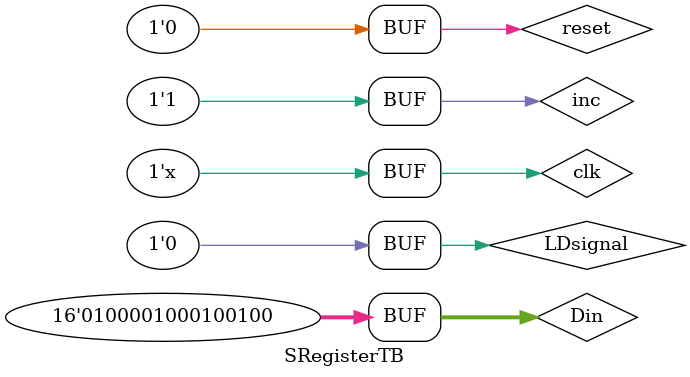
<source format=v>
`timescale 1ns/1ps
module SRegisterTB();
	reg clk = 0;
	reg inc;
	reg reset;
	reg LDsignal;
	reg [15:0] Din;
	wire [15:0] Dout;
	
	SRegister register(clk, inc,Din, LDsignal,reset,Dout);
	
	always
		#(5) clk<=!clk;
		
		
	initial begin
	
		#(10);
		LDsignal = 1;
		Din = 16'b0100001000100100;
		#(10);
		reset = 1;
		#(10);
		reset = 0;
		LDsignal = 0;
		inc = 1;
		
	end 
endmodule

</source>
